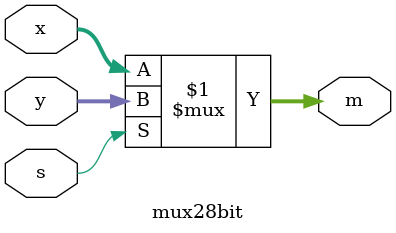
<source format=sv>
module mux28bit(input logic [7:0] x, y,
                input logic s,
                output logic [7:0] m);

    assign m = s ? y : x;

endmodule
</source>
